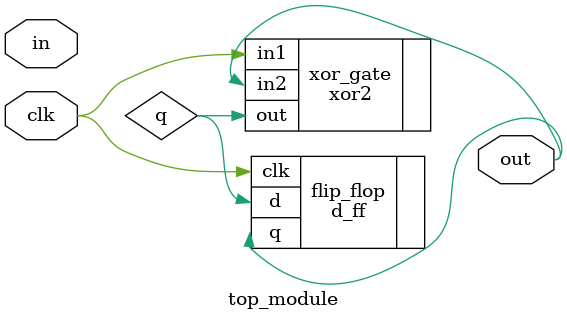
<source format=sv>
module top_module (
	input clk,
	input in,
	output logic out
);
	
	logic q;
	
	xor2 #(2) xor_gate (
		.in1(clk),
		.in2(out),
		.out(q)
	);
	
	d_ff #(1) flip_flop (
		.clk(clk),
		.d(q),
		.q(out)
	);
	
endmodule

</source>
